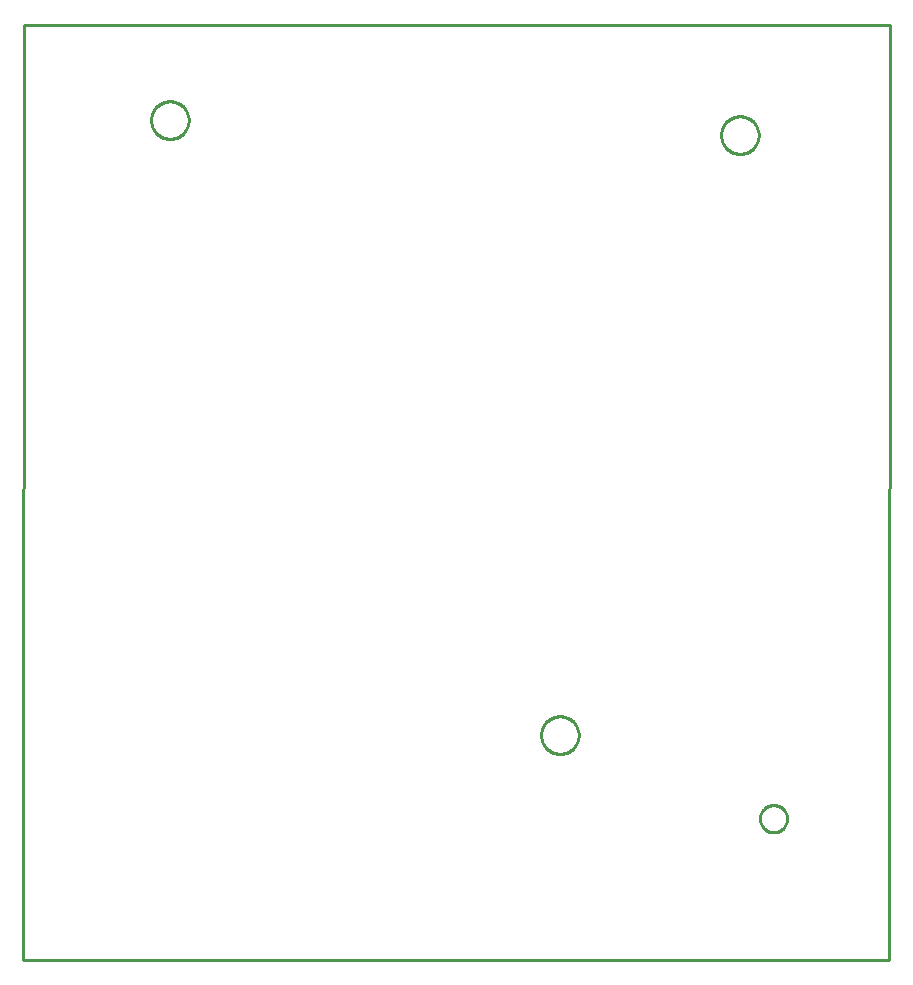
<source format=gbr>
G04 EAGLE Gerber RS-274X export*
G75*
%MOMM*%
%FSLAX34Y34*%
%LPD*%
%IN*%
%IPPOS*%
%AMOC8*
5,1,8,0,0,1.08239X$1,22.5*%
G01*
%ADD10C,0.254000*%


D10*
X-254Y0D02*
X732844Y254D01*
X733720Y791910D01*
X622Y791656D01*
X-254Y0D01*
X635464Y131114D02*
X636365Y131043D01*
X637257Y130902D01*
X638136Y130691D01*
X638995Y130412D01*
X639830Y130066D01*
X640635Y129655D01*
X641406Y129183D01*
X642137Y128652D01*
X642824Y128065D01*
X643463Y127426D01*
X644050Y126739D01*
X644581Y126008D01*
X645053Y125237D01*
X645464Y124432D01*
X645810Y123597D01*
X646089Y122738D01*
X646300Y121859D01*
X646441Y120967D01*
X646512Y120066D01*
X646512Y119162D01*
X646441Y118261D01*
X646300Y117369D01*
X646089Y116490D01*
X645810Y115631D01*
X645464Y114796D01*
X645053Y113991D01*
X644581Y113220D01*
X644050Y112489D01*
X643463Y111802D01*
X642824Y111163D01*
X642137Y110576D01*
X641406Y110045D01*
X640635Y109573D01*
X639830Y109162D01*
X638995Y108816D01*
X638136Y108537D01*
X637257Y108326D01*
X636365Y108185D01*
X635464Y108114D01*
X634560Y108114D01*
X633659Y108185D01*
X632767Y108326D01*
X631888Y108537D01*
X631029Y108816D01*
X630194Y109162D01*
X629389Y109573D01*
X628618Y110045D01*
X627887Y110576D01*
X627200Y111163D01*
X626561Y111802D01*
X625974Y112489D01*
X625443Y113220D01*
X624971Y113991D01*
X624560Y114796D01*
X624214Y115631D01*
X623935Y116490D01*
X623724Y117369D01*
X623583Y118261D01*
X623512Y119162D01*
X623512Y120066D01*
X623583Y120967D01*
X623724Y121859D01*
X623935Y122738D01*
X624214Y123597D01*
X624560Y124432D01*
X624971Y125237D01*
X625443Y126008D01*
X625974Y126739D01*
X626561Y127426D01*
X627200Y128065D01*
X627887Y128652D01*
X628618Y129183D01*
X629389Y129655D01*
X630194Y130066D01*
X631029Y130412D01*
X631888Y130691D01*
X632767Y130902D01*
X633659Y131043D01*
X634560Y131114D01*
X635464Y131114D01*
X622415Y697900D02*
X622347Y696863D01*
X622211Y695833D01*
X622009Y694813D01*
X621740Y693809D01*
X621405Y692825D01*
X621008Y691865D01*
X620548Y690933D01*
X620028Y690032D01*
X619451Y689168D01*
X618818Y688344D01*
X618133Y687562D01*
X617398Y686827D01*
X616616Y686142D01*
X615792Y685509D01*
X614928Y684932D01*
X614027Y684412D01*
X613095Y683952D01*
X612135Y683555D01*
X611151Y683220D01*
X610147Y682951D01*
X609127Y682749D01*
X608097Y682613D01*
X607060Y682545D01*
X606020Y682545D01*
X604983Y682613D01*
X603953Y682749D01*
X602933Y682951D01*
X601929Y683220D01*
X600945Y683555D01*
X599985Y683952D01*
X599053Y684412D01*
X598152Y684932D01*
X597288Y685509D01*
X596464Y686142D01*
X595682Y686827D01*
X594947Y687562D01*
X594262Y688344D01*
X593629Y689168D01*
X593052Y690032D01*
X592532Y690933D01*
X592072Y691865D01*
X591675Y692825D01*
X591340Y693809D01*
X591071Y694813D01*
X590869Y695833D01*
X590733Y696863D01*
X590665Y697900D01*
X590665Y698940D01*
X590733Y699977D01*
X590869Y701007D01*
X591071Y702027D01*
X591340Y703031D01*
X591675Y704015D01*
X592072Y704975D01*
X592532Y705907D01*
X593052Y706808D01*
X593629Y707672D01*
X594262Y708496D01*
X594947Y709278D01*
X595682Y710013D01*
X596464Y710698D01*
X597288Y711331D01*
X598152Y711908D01*
X599053Y712428D01*
X599985Y712888D01*
X600945Y713285D01*
X601929Y713620D01*
X602933Y713889D01*
X603953Y714091D01*
X604983Y714227D01*
X606020Y714295D01*
X607060Y714295D01*
X608097Y714227D01*
X609127Y714091D01*
X610147Y713889D01*
X611151Y713620D01*
X612135Y713285D01*
X613095Y712888D01*
X614027Y712428D01*
X614928Y711908D01*
X615792Y711331D01*
X616616Y710698D01*
X617398Y710013D01*
X618133Y709278D01*
X618818Y708496D01*
X619451Y707672D01*
X620028Y706808D01*
X620548Y705907D01*
X621008Y704975D01*
X621405Y704015D01*
X621740Y703031D01*
X622009Y702027D01*
X622211Y701007D01*
X622347Y699977D01*
X622415Y698940D01*
X622415Y697900D01*
X139815Y710600D02*
X139747Y709563D01*
X139611Y708533D01*
X139409Y707513D01*
X139140Y706509D01*
X138805Y705525D01*
X138408Y704565D01*
X137948Y703633D01*
X137428Y702732D01*
X136851Y701868D01*
X136218Y701044D01*
X135533Y700262D01*
X134798Y699527D01*
X134016Y698842D01*
X133192Y698209D01*
X132328Y697632D01*
X131427Y697112D01*
X130495Y696652D01*
X129535Y696255D01*
X128551Y695920D01*
X127547Y695651D01*
X126527Y695449D01*
X125497Y695313D01*
X124460Y695245D01*
X123420Y695245D01*
X122383Y695313D01*
X121353Y695449D01*
X120333Y695651D01*
X119329Y695920D01*
X118345Y696255D01*
X117385Y696652D01*
X116453Y697112D01*
X115552Y697632D01*
X114688Y698209D01*
X113864Y698842D01*
X113082Y699527D01*
X112347Y700262D01*
X111662Y701044D01*
X111029Y701868D01*
X110452Y702732D01*
X109932Y703633D01*
X109472Y704565D01*
X109075Y705525D01*
X108740Y706509D01*
X108471Y707513D01*
X108269Y708533D01*
X108133Y709563D01*
X108065Y710600D01*
X108065Y711640D01*
X108133Y712677D01*
X108269Y713707D01*
X108471Y714727D01*
X108740Y715731D01*
X109075Y716715D01*
X109472Y717675D01*
X109932Y718607D01*
X110452Y719508D01*
X111029Y720372D01*
X111662Y721196D01*
X112347Y721978D01*
X113082Y722713D01*
X113864Y723398D01*
X114688Y724031D01*
X115552Y724608D01*
X116453Y725128D01*
X117385Y725588D01*
X118345Y725985D01*
X119329Y726320D01*
X120333Y726589D01*
X121353Y726791D01*
X122383Y726927D01*
X123420Y726995D01*
X124460Y726995D01*
X125497Y726927D01*
X126527Y726791D01*
X127547Y726589D01*
X128551Y726320D01*
X129535Y725985D01*
X130495Y725588D01*
X131427Y725128D01*
X132328Y724608D01*
X133192Y724031D01*
X134016Y723398D01*
X134798Y722713D01*
X135533Y721978D01*
X136218Y721196D01*
X136851Y720372D01*
X137428Y719508D01*
X137948Y718607D01*
X138408Y717675D01*
X138805Y716715D01*
X139140Y715731D01*
X139409Y714727D01*
X139611Y713707D01*
X139747Y712677D01*
X139815Y711640D01*
X139815Y710600D01*
X470015Y189900D02*
X469947Y188863D01*
X469811Y187833D01*
X469609Y186813D01*
X469340Y185809D01*
X469005Y184825D01*
X468608Y183865D01*
X468148Y182933D01*
X467628Y182032D01*
X467051Y181168D01*
X466418Y180344D01*
X465733Y179562D01*
X464998Y178827D01*
X464216Y178142D01*
X463392Y177509D01*
X462528Y176932D01*
X461627Y176412D01*
X460695Y175952D01*
X459735Y175555D01*
X458751Y175220D01*
X457747Y174951D01*
X456727Y174749D01*
X455697Y174613D01*
X454660Y174545D01*
X453620Y174545D01*
X452583Y174613D01*
X451553Y174749D01*
X450533Y174951D01*
X449529Y175220D01*
X448545Y175555D01*
X447585Y175952D01*
X446653Y176412D01*
X445752Y176932D01*
X444888Y177509D01*
X444064Y178142D01*
X443282Y178827D01*
X442547Y179562D01*
X441862Y180344D01*
X441229Y181168D01*
X440652Y182032D01*
X440132Y182933D01*
X439672Y183865D01*
X439275Y184825D01*
X438940Y185809D01*
X438671Y186813D01*
X438469Y187833D01*
X438333Y188863D01*
X438265Y189900D01*
X438265Y190940D01*
X438333Y191977D01*
X438469Y193007D01*
X438671Y194027D01*
X438940Y195031D01*
X439275Y196015D01*
X439672Y196975D01*
X440132Y197907D01*
X440652Y198808D01*
X441229Y199672D01*
X441862Y200496D01*
X442547Y201278D01*
X443282Y202013D01*
X444064Y202698D01*
X444888Y203331D01*
X445752Y203908D01*
X446653Y204428D01*
X447585Y204888D01*
X448545Y205285D01*
X449529Y205620D01*
X450533Y205889D01*
X451553Y206091D01*
X452583Y206227D01*
X453620Y206295D01*
X454660Y206295D01*
X455697Y206227D01*
X456727Y206091D01*
X457747Y205889D01*
X458751Y205620D01*
X459735Y205285D01*
X460695Y204888D01*
X461627Y204428D01*
X462528Y203908D01*
X463392Y203331D01*
X464216Y202698D01*
X464998Y202013D01*
X465733Y201278D01*
X466418Y200496D01*
X467051Y199672D01*
X467628Y198808D01*
X468148Y197907D01*
X468608Y196975D01*
X469005Y196015D01*
X469340Y195031D01*
X469609Y194027D01*
X469811Y193007D01*
X469947Y191977D01*
X470015Y190940D01*
X470015Y189900D01*
M02*

</source>
